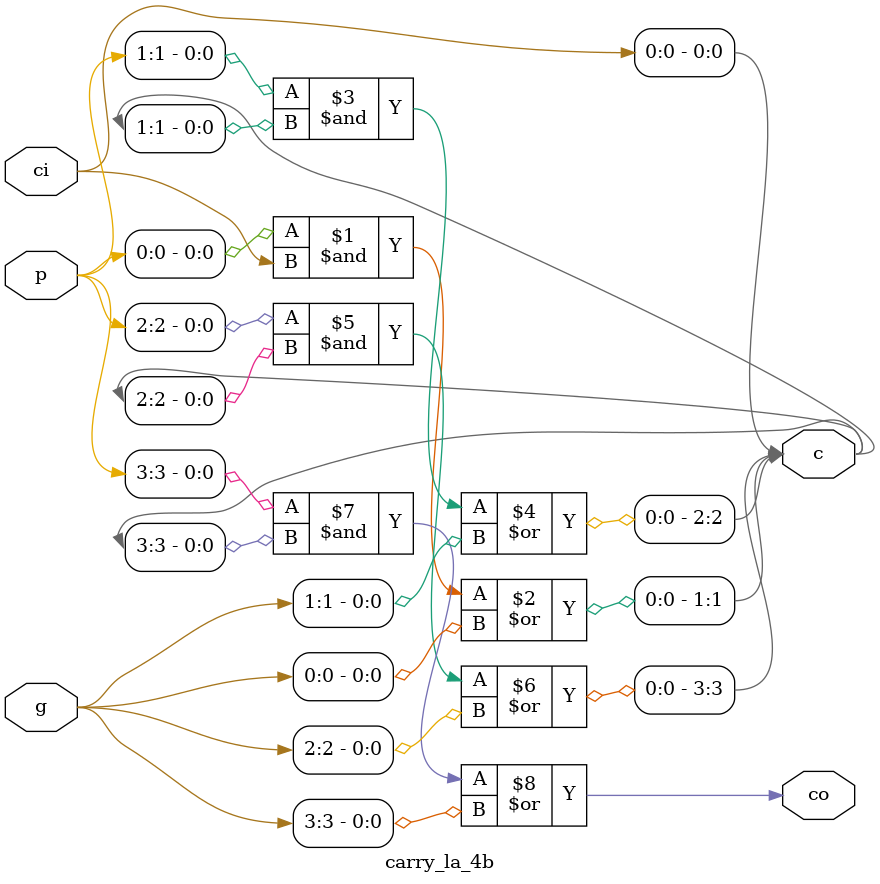
<source format=v>
`timescale 1ns / 1ps


module carry_la_4b(
    input [3:0] p,
    input [3:0] g,
    input ci,
    output [3:0] c,
    output co
    );
    
    assign c[0] = ci;
    assign c[1] = (p[0] & c[0]) | g[0];
    assign c[2] = (p[1] & c[1]) | g[1];
    assign c[3] = (p[2] & c[2]) | g[2];
    assign co = (p[3] & c[3]) | g[3];
endmodule

</source>
